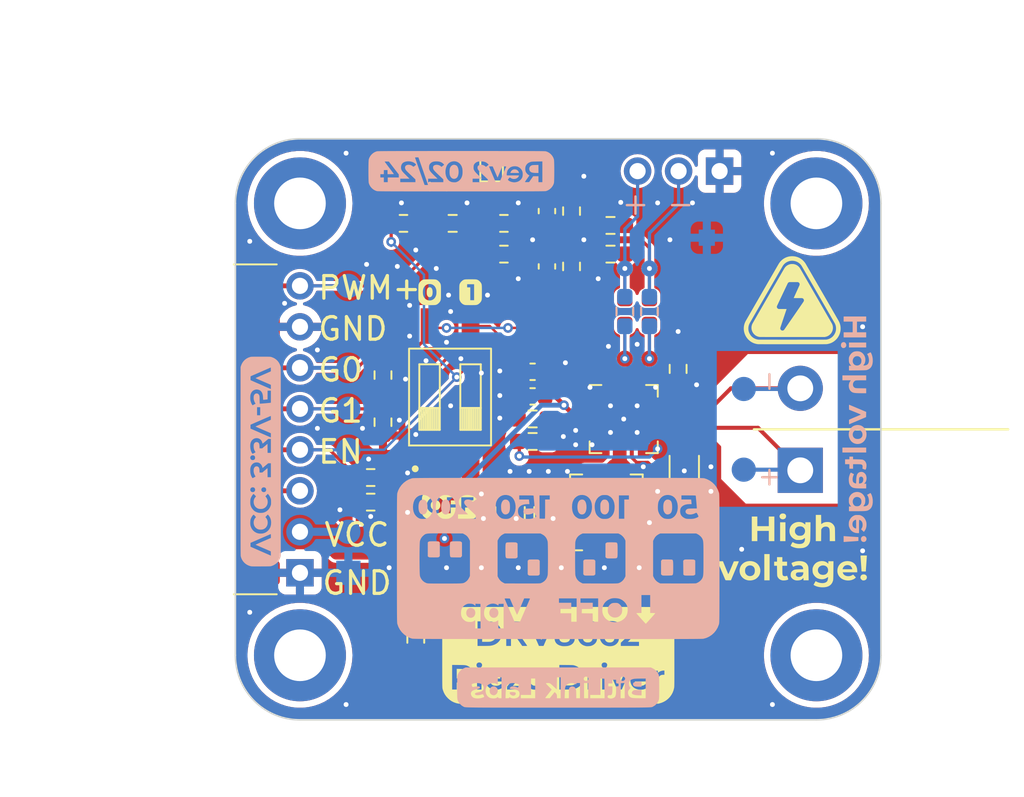
<source format=kicad_pcb>
(kicad_pcb (version 20221018) (generator pcbnew)
  (title_block (title "DRV8662 Breakout") (date "2024-02-03") (rev "2") (company "BitLink Labs"))
  (layers (0 "F.Cu" signal) (31 "B.Cu" signal) (34 "B.Paste" user) (35 "F.Paste" user) (36 "B.SilkS" user "B.Silkscreen") (37 "F.SilkS" user "F.Silkscreen") (38 "B.Mask" user) (39 "F.Mask" user) (44 "Edge.Cuts" user))
  (net 0 "")
  (net 1 "Net-(U1-VPUMP)")
  (net 2 "GND")
  (net 3 "/OUT+")
  (net 4 "/OUT-")
  (net 5 "Net-(U1-REXT)")
  (net 6 "/Enable")
  (net 7 "VDD")
  (net 8 "/Gain_0")
  (net 9 "/Gain_1")
  (net 10 "Net-(C5-Pad1)")
  (net 11 "Net-(C6-Pad1)")
  (net 12 "/PWM+")
  (net 13 "Net-(R6-Pad1)")
  (net 14 "/PWM-")
  (net 15 "/IN+")
  (net 16 "/IN-")
  (net 17 "/Boost")
  (net 18 "/SW")
  (net 19 "/FB")
  (net 21 "/IN+_f")
  (net 22 "/IN-_f")
  (net 23 "Net-(R16-Pad1)")
  (net 24 "Net-(D1-K)")
  (footprint "MAINTECH_Connectors:TestPoint_Pad_D1.0mm_NoSilk" (layer "F.Cu") (at 14.351 7.144)
    (fp_text reference "TP8" hide)
    (fp_text value "TestPoint")
    (pad "1" smd circle (at 0 0) (size 1 1) (layers "F.Cu" "F.Mask") (net 12 "/PWM+"))
  )
  (footprint "MountingHole:MountingHole_3.2mm_M3_ISO7380_Pad_TopBottom" (layer "F.Cu") (at 36 32)
    (fp_text reference "H2" hide)
    (fp_text value "MountingHole")
    (pad "1" thru_hole circle (at 0 0) (size 3.6 3.6) (drill 3.2) (layers "*.Cu" "*.Mask"))
    (pad "1" connect circle (at 0 0) (size 5.7 5.7) (layers "F.Cu" "F.Mask"))
    (pad "1" connect circle (at 0 0) (size 5.7 5.7) (layers "B.Cu" "B.Mask"))
  )
  (footprint "TestPoint:TestPoint_Pad_1.0x1.0mm" (layer "F.Cu") (at 15.875 1.937)
    (fp_text reference "TP3" hide)
    (fp_text value "TestPoint")
    (pad "1" smd rect (at 0 0) (size 1 1) (layers "F.Cu" "F.Mask") (net 2 "GND"))
  )
  (footprint "Capacitor_SMD:C_0603_1608Metric" (layer "F.Cu") (at 24.13 10.7 90)
    (fp_text reference "C7" hide)
    (fp_text value "100nF")
    (pad "1" smd roundrect (at -0.775 0 90) (size 0.9 0.95) (layers "F.Cu" "F.Paste" "F.Mask") (net 15 "/IN+"))
    (pad "2" smd roundrect (at 0.775 0 90) (size 0.9 0.95) (layers "F.Cu" "F.Paste" "F.Mask") (net 21 "/IN+_f"))
  )
  (footprint "Resistor_SMD:R_0603_1608Metric" (layer "F.Cu") (at 8.382 20.987 180)
    (fp_text reference "R1" hide)
    (fp_text value "10k")
    (pad "1" smd roundrect (at -0.825 0 180) (size 0.8 0.95) (layers "F.Cu" "F.Paste" "F.Mask") (net 2 "GND"))
    (pad "2" smd roundrect (at 0.825 0 180) (size 0.8 0.95) (layers "F.Cu" "F.Paste" "F.Mask") (net 6 "/Enable"))
  )
  (footprint "LOGO" (layer "F.Cu") (at 13.3 22.7)
    (fp_text reference "G***" hide)
    (fp_text value "LOGO" hide)
  )
  (footprint "MountingHole:MountingHole_3.2mm_M3_ISO7380_Pad_TopBottom" (layer "F.Cu") (at 4 4)
    (fp_text reference "H1" hide)
    (fp_text value "MountingHole")
    (pad "1" thru_hole circle (at 0 0) (size 3.6 3.6) (drill 3.2) (layers "*.Cu" "*.Mask"))
    (pad "1" connect circle (at 0 0) (size 5.7 5.7) (layers "F.Cu" "F.Mask"))
    (pad "1" connect circle (at 0 0) (size 5.7 5.7) (layers "B.Cu" "B.Mask"))
  )
  (footprint "Resistor_SMD:R_0603_1608Metric" (layer "F.Cu") (at 10.414 5.239 180)
    (fp_text reference "R6" hide)
    (fp_text value "10k")
    (pad "1" smd roundrect (at -0.825 0 180) (size 0.8 0.95) (layers "F.Cu" "F.Paste" "F.Mask") (net 13 "Net-(R6-Pad1)"))
    (pad "2" smd roundrect (at 0.825 0 180) (size 0.8 0.95) (layers "F.Cu" "F.Paste" "F.Mask") (net 6 "/Enable"))
  )
  (footprint "Resistor_SMD:R_0603_1608Metric" (layer "F.Cu") (at 16.637 5.239 180)
    (fp_text reference "R9" hide)
    (fp_text value "4.99k")
    (pad "1" smd roundrect (at -0.825 0 180) (size 0.8 0.95) (layers "F.Cu" "F.Paste" "F.Mask") (net 11 "Net-(C6-Pad1)"))
    (pad "2" smd roundrect (at 0.825 0 180) (size 0.8 0.95) (layers "F.Cu" "F.Paste" "F.Mask") (net 14 "/PWM-"))
  )
  (footprint "MAINTECH_mechanical:Fiducial_standart" (layer "F.Cu") (at 8 34)
    (fp_text reference "FID2" hide)
    (fp_text value "Fiducial")
    (pad "" smd circle (at 0 0) (size 1 1) (layers "F.Cu" "F.Mask") (clearance 0.5))
  )
  (footprint "Capacitor_SMD:C_0603_1608Metric" (layer "F.Cu") (at 18.415 14.4345)
    (fp_text reference "C1" hide)
    (fp_text value "100nF")
    (pad "1" smd roundrect (at -0.775 0) (size 0.9 0.95) (layers "F.Cu" "F.Paste" "F.Mask") (net 2 "GND"))
    (pad "2" smd roundrect (at 0.775 0) (size 0.9 0.95) (layers "F.Cu" "F.Paste" "F.Mask") (net 1 "Net-(U1-VPUMP)"))
  )
  (footprint "LOGO" (layer "F.Cu") (at 34.5 10)
    (fp_text reference "G***" hide)
    (fp_text value "LOGO" hide)
  )
  (footprint "Resistor_SMD:R_0603_1608Metric" (layer "F.Cu") (at 20.828 4.477 90)
    (fp_text reference "R11" hide)
    (fp_text value "7.5k")
    (pad "1" smd roundrect (at -0.825 0 90) (size 0.8 0.95) (layers "F.Cu" "F.Paste" "F.Mask") (net 11 "Net-(C6-Pad1)"))
    (pad "2" smd roundrect (at 0.825 0 90) (size 0.8 0.95) (layers "F.Cu" "F.Paste" "F.Mask") (net 2 "GND"))
  )
  (footprint "MAINTECH_Connectors:TestPoint_Pad_D1.0mm_NoSilk" (layer "F.Cu") (at 15.875 3.715)
    (fp_text reference "TP7" hide)
    (fp_text value "TestPoint")
    (pad "1" smd circle (at 0 0) (size 1 1) (layers "F.Cu" "F.Mask") (net 14 "/PWM-"))
  )
  (footprint "Resistor_SMD:R_0603_1608Metric_Pad0.98x0.95mm_HandSolder" (layer "F.Cu") (at 13.462 5.239 180)
    (fp_text reference "R8" hide)
    (fp_text value "0R")
    (pad "1" smd roundrect (at -0.9125 0 180) (size 0.975 0.95) (layers "F.Cu" "F.Paste" "F.Mask") (net 14 "/PWM-"))
    (pad "2" smd roundrect (at 0.9125 0 180) (size 0.975 0.95) (layers "F.Cu" "F.Paste" "F.Mask") (net 13 "Net-(R6-Pad1)"))
  )
  (footprint "MAINTECH_mechanical:Fiducial_standart" (layer "F.Cu") (at 8 2)
    (fp_text reference "FID3" hide)
    (fp_text value "Fiducial")
    (pad "" smd circle (at 0 0) (size 1 1) (layers "F.Cu" "F.Mask") (clearance 0.5))
  )
  (footprint "LOGO" (layer "F.Cu") (at 34.5 25.5)
    (fp_text reference "G***" hide)
    (fp_text value "LOGO" hide)
  )
  (footprint "MountingHole:MountingHole_3.2mm_M3_ISO7380_Pad_TopBottom" (layer "F.Cu") (at 4 32)
    (fp_text reference "H4" hide)
    (fp_text value "MountingHole")
    (pad "1" thru_hole circle (at 0 0) (size 3.6 3.6) (drill 3.2) (layers "*.Cu" "*.Mask"))
    (pad "1" connect circle (at 0 0) (size 5.7 5.7) (layers "F.Cu" "F.Mask"))
    (pad "1" connect circle (at 0 0) (size 5.7 5.7) (layers "B.Cu" "B.Mask"))
  )
  (footprint "Capacitor_SMD:C_0603_1608Metric" (layer "F.Cu") (at 19.304 7.906 -90)
    (fp_text reference "C5" hide)
    (fp_text value "100nF")
    (pad "1" smd roundrect (at -0.775 0 270) (size 0.9 0.95) (layers "F.Cu" "F.Paste" "F.Mask") (net 10 "Net-(C5-Pad1)"))
    (pad "2" smd roundrect (at 0.775 0 270) (size 0.9 0.95) (layers "F.Cu" "F.Paste" "F.Mask") (net 2 "GND"))
  )
  (footprint "Resistor_SMD:R_0603_1608Metric" (layer "F.Cu") (at 11.176 30.988 -90)
    (fp_text reference "R19" hide)
    (fp_text value "1k")
    (pad "1" smd roundrect (at -0.825 0 270) (size 0.8 0.95) (layers "F.Cu" "F.Paste" "F.Mask") (net 24 "Net-(D1-K)"))
    (pad "2" smd roundrect (at 0.825 0 270) (size 0.8 0.95) (layers "F.Cu" "F.Paste" "F.Mask") (net 2 "GND"))
  )
  (footprint "Resistor_SMD:R_0603_1608Metric_Pad0.98x0.95mm_HandSolder" (layer "F.Cu") (at 23.241 5.366 180)
    (fp_text reference "R13" hide)
    (fp_text value "0R")
    (pad "1" smd roundrect (at -0.9125 0 180) (size 0.975 0.95) (layers "F.Cu" "F.Paste" "F.Mask") (net 22 "/IN-_f"))
    (pad "2" smd roundrect (at 0.9125 0 180) (size 0.975 0.95) (layers "F.Cu" "F.Paste" "F.Mask") (net 11 "Net-(C6-Pad1)"))
  )
  (footprint "Resistor_SMD:R_0603_1608Metric" (layer "F.Cu") (at 20.828 7.906 -90)
    (fp_text reference "R10" hide)
    (fp_text value "7.5k")
    (pad "1" smd roundrect (at -0.825 0 270) (size 0.8 0.95) (layers "F.Cu" "F.Paste" "F.Mask") (net 10 "Net-(C5-Pad1)"))
    (pad "2" smd roundrect (at 0.825 0 270) (size 0.8 0.95) (layers "F.Cu" "F.Paste" "F.Mask") (net 2 "GND"))
  )
  (footprint "Resistor_SMD:R_0603_1608Metric" (layer "F.Cu") (at 9.144 17.558 90)
    (fp_text reference "R15" hide)
    (fp_text value "100k")
    (pad "1" smd roundrect (at -0.825 0 90) (size 0.8 0.95) (layers "F.Cu" "F.Paste" "F.Mask") (net 2 "GND"))
    (pad "2" smd roundrect (at 0.825 0 90) (size 0.8 0.95) (layers "F.Cu" "F.Paste" "F.Mask") (net 9 "/Gain_1"))
  )
  (footprint "Resistor_SMD:R_0603_1608Metric_Pad0.98x0.95mm_HandSolder" (layer "F.Cu") (at 23.241 7.144 180)
    (fp_text reference "R12" hide)
    (fp_text value "0R")
    (pad "1" smd roundrect (at -0.9125 0 180) (size 0.975 0.95) (layers "F.Cu" "F.Paste" "F.Mask") (net 21 "/IN+_f"))
    (pad "2" smd roundrect (at 0.9125 0 180) (size 0.975 0.95) (layers "F.Cu" "F.Paste" "F.Mask") (net 10 "Net-(C5-Pad1)"))
  )
  (footprint "Capacitor_SMD:C_1206_3216Metric" (layer "F.Cu") (at 19.431 23.527 90)
    (fp_text reference "C10" hide)
    (fp_text value "10uF")
    (pad "1" smd roundrect (at -1.475 0 90) (size 1.15 1.8) (layers "F.Cu" "F.Paste" "F.Mask") (roundrect_rratio 0.2173913043) (net 7 "VDD"))
    (pad "2" smd roundrect (at 1.475 0 90) (size 1.15 1.8) (layers "F.Cu" "F.Paste" "F.Mask") (roundrect_rratio 0.2173913043) (net 2 "GND"))
  )
  (footprint "Resistor_SMD:R_0603_1608Metric_Pad0.98x0.95mm_HandSolder" (layer "F.Cu") (at 27.432 14.256 -90)
    (fp_text reference "R2" hide)
    (fp_text value "6.98k")
    (pad "1" smd roundrect (at -0.9125 0 270) (size 0.975 0.95) (layers "F.Cu" "F.Paste" "F.Mask") (net 2 "GND"))
    (pad "2" smd roundrect (at 0.9125 0 270) (size 0.975 0.95) (layers "F.Cu" "F.Paste" "F.Mask") (net 5 "Net-(U1-REXT)"))
  )
  (footprint "MAINTECH_Connectors:TestPoint_Pad_D1.0mm_NoSilk" (layer "F.Cu") (at 24.13 13.621)
    (fp_text reference "TP1" hide)
    (fp_text value "TestPoint")
    (pad "1" smd circle (at 0 0) (size 1 1) (layers "F.Cu" "F.Mask") (net 15 "/IN+"))
  )
  (footprint "Resistor_SMD:R_0603_1608Metric" (layer "F.Cu") (at 9.144 14.637 90)
    (fp_text reference "R14" hide)
    (fp_text value "100k")
    (pad "1" smd roundrect (at -0.825 0 90) (size 0.8 0.95) (layers "F.Cu" "F.Paste" "F.Mask") (net 2 "GND"))
    (pad "2" smd roundrect (at 0.825 0 90) (size 0.8 0.95) (layers "F.Cu" "F.Paste" "F.Mask") (net 8 "/Gain_0"))
  )
  (footprint "Resistor_SMD:R_0603_1608Metric" (layer "F.Cu") (at 16.637 7.144 180)
    (fp_text reference "R5" hide)
    (fp_text value "4.99k")
    (pad "1" smd roundrect (at -0.825 0 180) (size 0.8 0.95) (layers "F.Cu" "F.Paste" "F.Mask") (net 10 "Net-(C5-Pad1)"))
    (pad "2" smd roundrect (at 0.825 0 180) (size 0.8 0.95) (layers "F.Cu" "F.Paste" "F.Mask") (net 12 "/PWM+"))
  )
  (footprint "Capacitor_SMD:C_0603_1608Metric" (layer "F.Cu") (at 25.654 10.7 90)
    (fp_text reference "C8" hide)
    (fp_text value "100nF")
    (pad "1" smd roundrect (at -0.775 0 90) (size 0.9 0.95) (layers "F.Cu" "F.Paste" "F.Mask") (net 16 "/IN-"))
    (pad "2" smd roundrect (at 0.775 0 90) (size 0.9 0.95) (layers "F.Cu" "F.Paste" "F.Mask") (net 22 "/IN-_f"))
  )
  (footprint "Resistor_SMD:R_0603_1608Metric_Pad0.98x0.95mm_HandSolder" (layer "F.Cu") (at 18.415 18.7525)
    (fp_text reference "R3" hide)
    (fp_text value "590k")
    (pad "1" smd roundrect (at -0.9125 0) (size 0.975 0.95) (layers "F.Cu" "F.Paste" "F.Mask") (net 17 "/Boost"))
    (pad "2" smd roundrect (at 0.9125 0) (size 0.975 0.95) (layers "F.Cu" "F.Paste" "F.Mask") (net 19 "/FB"))
  )
  (footprint "LOGO" (layer "F.Cu") (at 13.3 9.5)
    (fp_text reference "G***" hide)
    (fp_text value "LOGO" hide)
  )
  (footprint "MAINTECH_Connectors:TestPoint_Pad_D1.0mm_NoSilk" (layer "F.Cu") (at 25.654 13.621)
    (fp_text reference "TP2" hide)
    (fp_text value "TestPoint")
    (pad "1" smd circle (at 0 0) (size 1 1) (layers "F.Cu" "F.Mask") (net 16 "/IN-"))
  )
  (footprint "Resistor_SMD:R_0603_1608Metric" (layer "F.Cu") (at 8.382 22.511 180)
    (fp_text reference "R16" hide)
    (fp_text value "10k")
    (pad "1" smd roundrect (at -0.825 0 180) (size 0.8 0.95) (layers "F.Cu" "F.Paste" "F.Mask") (net 23 "Net-(R16-Pad1)"))
    (pad "2" smd roundrect (at 0.825 0 180) (size 0.8 0.95) (layers "F.Cu" "F.Paste" "F.Mask") (net 7 "VDD"))
  )
  (footprint "MountingHole:MountingHole_3.2mm_M3_ISO7380_Pad_TopBottom" (layer "F.Cu") (at 36 4)
    (fp_text reference "H3" hide)
    (fp_text value "MountingHole")
    (pad "1" thru_hole circle (at 0 0) (size 3.6 3.6) (drill 3.2) (layers "*.Cu" "*.Mask"))
    (pad "1" connect circle (at 0 0) (size 5.7 5.7) (layers "F.Cu" "F.Mask"))
    (pad "1" connect circle (at 0 0) (size 5.7 5.7) (layers "B.Cu" "B.Mask"))
  )
  (footprint "Resistor_SMD:R_0603_1608Metric" (layer "F.Cu") (at 12.573 2.953 -90)
    (fp_text reference "R7" hide)
    (fp_text value "10k")
    (pad "1" smd roundrect (at -0.825 0 270) (size 0.8 0.95) (layers "F.Cu" "F.Paste" "F.Mask") (net 2 "GND"))
    (pad "2" smd roundrect (at 0.825 0 270) (size 0.8 0.95) (layers "F.Cu" "F.Paste" "F.Mask") (net 13 "Net-(R6-Pad1)"))
  )
  (footprint "Capacitor_SMD:C_1206_3216Metric" (layer "F.Cu") (at 17.018 23.527 90)
    (fp_text reference "C9" hide)
    (fp_text value "10uF")
    (pad "1" smd roundrect (at -1.475 0 90) (size 1.15 1.8) (layers "F.Cu" "F.Paste" "F.Mask") (roundrect_rratio 0.2173913043) (net 7 "VDD"))
    (pad "2" smd roundrect (at 1.475 0 90) (size 1.15 1.8) (layers "F.Cu" "F.Paste" "F.Mask") (roundrect_rratio 0.2173913043) (net 2 "GND"))
  )
  (footprint "MAINTECH_Connectors:DB128L-5.08-2P" (layer "F.Cu") (at 35 18 90)
    (fp_text reference "J2" hide)
    (fp_text value "Conn_Screw")
    (pad "1" thru_hole rect (at -2.54 0 90) (size 2.8 2.8) (drill 1.6) (layers "*.Cu" "*.Mask") (net 3 "/OUT+"))
    (pad "2" thru_hole circle (at 2.54 0 90) (size 2.8 2.8) (drill 1.6) (layers "*.Cu" "*.Mask") (net 4 "/OUT-"))
  )
  (footprint "Package_DFN_QFN:Texas_S-PVQFN-N20_EP2.7x2.7mm_ThermalVias" (layer "F.Cu") (at 24.0605 17.3635)
    (fp_text reference "U1" hide)
    (fp_text value "DRV8662")
    (pad "1" smd roundrect (at -1.9625 -1) (size 0.825 0.25) (layers "F.Cu" "F.Paste" "F.Mask") (net 1 "Net-(U1-VPUMP)"))
    (pad "2" smd roundrect (at -1.9625 -0.5) (size 0.825 0.25) (layers "F.Cu" "F.Paste" "F.Mask") (net 7 "VDD"))
    (pad "3" smd roundrect (at -1.9625 0) (size 0.825 0.25) (layers "F.Cu" "F.Paste" "F.Mask") (net 19 "/FB"))
    (pad "4" smd roundrect (at -1.9625 0.5) (size 0.825 0.25) (layers "F.Cu" "F.Paste" "F.Mask") (net 2 "GND"))
    (pad "5" smd roundrect (at -1.9625 1) (size 0.825 0.25) (layers "F.Cu" "F.Paste" "F.Mask") (net 2 "GND"))
    (pad "6" smd roundrect (at -1 1.9625) (size 0.25 0.825) (layers "F.Cu" "F.Paste" "F.Mask") (net 2 "GND"))
    (pad "7" smd roundrect (at -0.5 1.9625) (size 0.25 0.825) (layers "F.Cu" "F.Paste" "F.Mask") (net 18 "/SW"))
    (pad "8" smd roundrect (at 0 1.9625) (size 0.25 0.825) (layers "F.Cu" "F.Paste" "F.Mask") (net 18 "/SW"))
    (pad "9" smd roundrect (at 0.5 1.9625) (size 0.25 0.825) (layers "F.Cu" "F.Paste" "F.Mask") (net 2 "GND"))
    (pad "10" smd roundrect (at 1 1.9625) (size 0.25 0.825) (layers "F.Cu" "F.Paste" "F.Mask") (net 17 "/Boost"))
    (pad "11" smd roundrect (at 1.9625 1) (size 0.825 0.25) (layers "F.Cu" "F.Paste" "F.Mask") (net 17 "/Boost"))
    (pad "12" smd roundrect (at 1.9625 0.5) (size 0.825 0.25) (layers "F.Cu" "F.Paste" "F.Mask") (net 17 "/Boost"))
    (pad "13" smd roundrect (at 1.9625 0) (size 0.825 0.25) (layers "F.Cu" "F.Paste" "F.Mask") (net 3 "/OUT+"))
    (pad "14" smd roundrect (at 1.9625 -0.5) (size 0.825 0.25) (layers "F.Cu" "F.Paste" "F.Mask") (net 4 "/OUT-"))
    (pad "15" smd roundrect (at 1.9625 -1) (size 0.825 0.25) (layers "F.Cu" "F.Paste" "F.Mask") (net 5 "Net-(U1-REXT)"))
    (pad "16" smd roundrect (at 1 -1.9625) (size 0.25 0.825) (layers "F.Cu" "F.Paste" "F.Mask") (net 16 "/IN-"))
    (pad "17" smd roundrect (at 0.5 -1.9625) (size 0.25 0.825) (layers "F.Cu" "F.Paste" "F.Mask") (net 15 "/IN+"))
    (pad "18" smd roundrect (at 0 -1.9625) (size 0.25 0.825) (layers "F.Cu" "F.Paste" "F.Mask") (net 8 "/Gain_0"))
    (pad "19" smd roundrect (at -0.5 -1.9625) (size 0.25 0.825) (layers "F.Cu" "F.Paste" "F.Mask") (net 9 "/Gain_1"))
    (pad "20" smd roundrect (at -1 -1.9625) (size 0.25 0.825) (layers "F.Cu" "F.Paste" "F.Mask") (net 6 "/Enable"))
    (pad "21" smd rect (at 0 0) (size 2.7 2.7) (layers "F.Cu" "F.Mask") (net 2 "GND"))
    (pad "21" smd rect (at 0 0) (size 2.7 2.7) (layers "B.Cu") (net 2 "GND"))
  )
  (footprint "Connector_PinHeader_2.54mm:PinHeader_1x03_P2.54mm_Vertical" (layer "F.Cu") (at 30 2 -90)
    (fp_text reference "J6" hide)
    (fp_text value "Conn_AC")
    (pad "1" thru_hole rect locked (at 0 0 270) (size 1.7 1.7) (drill 1) (layers "*.Cu" "*.Mask") (net 2 "GND"))
    (pad "2" thru_hole oval locked (at 0 2.54 270) (size 1.7 1.7) (drill 1) (layers "*.Cu" "*.Mask") (net 22 "/IN-_f"))
    (pad "3" thru_hole oval locked (at 0 5.08 270) (size 1.7 1.7) (drill 1) (layers "*.Cu" "*.Mask") (net 21 "/IN+_f"))
  )
  (footprint "LED_SMD:LED_0805_2012Metric" (layer "F.Cu") (at 11.176 27.94 90)
    (fp_text reference "D1" hide)
    (fp_text value "LED_Small")
    (pad "1" smd roundrect (at -0.9375 0 90) (size 0.975 1.4) (layers "F.Cu" "F.Paste" "F.Mask") (net 24 "Net-(D1-K)"))
    (pad "2" smd roundrect (at 0.9375 0 90) (size 0.975 1.4) (layers "F.Cu" "F.Paste" "F.Mask") (net 7 "VDD"))
  )
  (footprint "Resistor_SMD:R_0603_1608Metric_Pad0.98x0.95mm_HandSolder" (layer "F.Cu") (at 18.415 17.3555 180)
    (fp_text reference "R4" hide)
    (fp_text value "7.5k")
    (pad "1" smd roundrect (at -0.9125 0 180) (size 0.975 0.95) (layers "F.Cu" "F.Paste" "F.Mask") (net 19 "/FB"))
    (pad "2" smd roundrect (at 0.9125 0 180) (size 0.975 0.95) (layers "F.Cu" "F.Paste" "F.Mask") (net 2 "GND"))
  )
  (footprint "MAINTECH_mechanical:SW_DIP_x02_P2.54_W5.08_C6709488" (layer "F.Cu") (at 13.3 16 90)
    (fp_text reference "SW1" hide)
    (fp_text value "SW_Gain")
    (pad "1" smd rect locked (at -4.4 -1.27 90) (size 2.2 1.1) (layers "F.Cu" "F.Paste" "F.Mask") (net 23 "Net-(R16-Pad1)"))
    (pad "2" smd rect locked (at -4.4 1.27 90) (size 2.2 1.1) (layers "F.Cu" "F.Paste" "F.Mask") (net 23 "Net-(R16-Pad1)"))
    (pad "3" smd rect locked (at 4.4 1.27 90) (size 2.2 1.1) (layers "F.Cu" "F.Paste" "F.Mask") (net 9 "/Gain_1"))
    (pad "4" smd rect locked (at 4.4 -1.27 90) (size 2.2 1.1) (layers "F.Cu" "F.Paste" "F.Mask") (net 8 "/Gain_0"))
  )
  (footprint "Capacitor_SMD:C_0603_1608Metric" (layer "F.Cu") (at 18.415 15.9585)
    (fp_text reference "C2" hide)
    (fp_text value "100nF")
    (pad "1" smd roundrect (at -0.775 0) (size 0.9 0.95) (layers "F.Cu" "F.Paste" "F.Mask") (net 2 "GND"))
    (pad "2" smd roundrect (at 0.775 0) (size 0.9 0.95) (layers "F.Cu" "F.Paste" "F.Mask") (net 7 "VDD"))
  )
  (footprint "MAINTECH_mechanical:Fiducial_standart" (layer "F.Cu") (at 32 34)
    (fp_text reference "FID1" hide)
    (fp_text value "Fiducial")
    (pad "" smd circle (at 0 0) (size 1 1) (layers "F.Cu" "F.Mask") (clearance 0.5))
  )
  (footprint "MAINTECH_Connectors:PinHeader_1x08_P2.54mm_Horizontal_withSmdPads" (layer "F.Cu") (at 4 26.89 180)
    (fp_text reference "J1" hide)
    (fp_text value "Conn_IO")
    (pad "1" thru_hole rect locked (at 0 0 180) (size 1.7 1.7) (drill 1) (layers "*.Cu" "*.Mask") (net 2 "GND"))
    (pad "1" smd roundrect locked (at 1 0 180) (size 1 0.3) (layers "F.Cu") (roundrect_rratio 0.15) (net 2 "GND"))
    (pad "1" smd roundrect locked (at 2.5 0 180) (size 2.5 1.5) (layers "F.Cu" "F.Paste" "F.Mask") (roundrect_rratio 0.15) (net 2 "GND"))
    (pad "2" thru_hole oval locked (at 0 2.54 180) (size 1.7 1.7) (drill 1) (layers "*.Cu" "*.Mask") (net 7 "VDD"))
    (pad "2" smd roundrect locked (at 1 2.54 180) (size 1 0.3) (layers "F.Cu") (roundrect_rratio 0.15) (net 7 "VDD"))
    (pad "2" smd roundrect locked (at 2.5 2.54 180) (size 2.5 1.5) (layers "F.Cu" "F.Paste" "F.Mask") (roundrect_rratio 0.15) (net 7 "VDD"))
    (pad "3" thru_hole oval locked (at 0 5.08 180) (size 1.7 1.7) (drill 1) (layers "*.Cu" "*.Mask"))
    (pad "3" smd roundrect locked (at 1 5.08 180) (size 1 0.3) (layers "F.Cu") (roundrect_rratio 0.15))
    (pad "3" smd roundrect locked (at 2.5 5.08 180) (size 2.5 1.5) (layers "F.Cu" "F.Paste" "F.Mask") (roundrect_rratio 0.15))
    (pad "4" thru_hole oval locked (at 0 7.62 180) (size 1.7 1.7) (drill 1) (layers "*.Cu" "*.Mask") (net 6 "/Enable"))
    (pad "4" smd roundrect locked (at 1 7.62 180) (size 1 0.3) (layers "F.Cu") (roundrect_rratio 0.15) (net 6 "/Enable"))
    (pad "4" smd roundrect locked (at 2.5 7.62 180) (size 2.5 1.5) (layers "F.Cu" "F.Paste" "F.Mask") (roundrect_rratio 0.15) (net 6 "/Enable"))
    (pad "5" thru_hole oval locked (at 0 10.16 180) (size 1.7 1.7) (drill 1) (layers "*.Cu" "*.Mask") (net 9 "/Gain_1"))
    (pad "5" smd roundrect locked (at 1 10.16 180) (size 1 0.3) (layers "F.Cu") (roundrect_rratio 0.15) (net 9 "/Gain_1"))
    (pad "5" smd roundrect locked (at 2.5 10.16 180) (size 2.5 1.5) (layers "F.Cu" "F.Paste" "F.Mask") (roundrect_rratio 0.15) (net 9 "/Gain_1"))
    (pad "6" thru_hole oval locked (at 0 12.7 180) (size 1.7 1.7) (drill 1) (layers "*.Cu" "*.Mask") (net 8 "/Gain_0"))
    (pad "6" smd roundrect locked (at 1 12.7 180) (size 1 0.3) (layers "F.Cu") (roundrect_rratio 0.15) (net 8 "/Gain_0"))
    (pad "6" smd roundrect locked (at 2.5 12.7 180) (size 2.5 1.5) (layers "F.Cu" "F.Paste" "F.Mask") (roundrect_rratio 0.15) (net 8 "/Gain_0"))
    (pad "7" thru_hole oval locked (at 0 15.24 180) (size 1.7 1.7) (drill 1) (layers "*.Cu" "*.Mask") (net 2 "GND"))
    (pad "7" smd roundrect locked (at 1 15.24 180) (size 1 0.3) (layers "F.Cu") (roundrect_rratio 0.15) (net 2 "GND"))
    (pad "7" smd roundrect locked (at 2.5 15.24 180) (size 2.5 1.5) (layers "F.Cu" "F.Paste" "F.Mask") (roundrect_rratio 0.15) (net 2 "GND"))
    (pad "8" thru_hole oval locked (at 0 17.78 180) (size 1.7 1.7) (drill 1) (layers "*.Cu" "*.Mask") (net 12 "/PWM+"))
    (pad "8" smd roundrect locked (at 1 17.78 180) (size 1 0.3) (layers "F.Cu") (roundrect_rratio 0.15) (net 12 "/PWM+"))
    (pad "8" smd roundrect locked (at 2.5 17.78 180) (size 2.5 1.5) (layers "F.Cu" "F.Paste" "F.Mask") (roundrect_rratio 0.15) (net 12 "/PWM+"))
  )
  (footprint "MAINTECH_Passives:Inductor_FXL0420-4R7-M" (layer "F.Cu") (at 22.987 23.146 90)
    (fp_text reference "L1" hide)
    (fp_text value "4.7uH" hide)
    (pad "1" smd roundrect (at -1.85 0 90) (size 1.5 2.8) (layers "F.Cu" "F.Paste" "F.Mask") (roundrect_rratio 0.1) (net 7 "VDD"))
    (pad "2" smd roundrect (at 1.85 0 90) (size 1.5 2.8) (layers "F.Cu" "F.Paste" "F.Mask") (roundrect_rratio 0.1) (net 18 "/SW"))
  )
  (footprint "LOGO" (layer "F.Cu") (at 20 32)
    (fp_text reference "G***" hide)
    (fp_text value "LOGO" hide)
  )
  (footprint "Capacitor_SMD:C_1206_3216Metric" (layer "F.Cu") (at 27.813 20.352 90)
    (fp_text reference "C3" hide)
    (fp_text value "100nF")
    (pad "1" smd roundrect (at -1.475 0 90) (size 1.15 1.8) (layers "F.Cu" "F.Paste" "F.Mask") (roundrect_rratio 0.2173913043) (net 2 "GND"))
    (pad "2" smd roundrect (at 1.475 0 90) (size 1.15 1.8) (layers "F.Cu" "F.Paste" "F.Mask") (roundrect_rratio 0.2173913043) (net 17 "/Boost"))
  )
  (footprint "Capacitor_SMD:C_0603_1608Metric" (layer "F.Cu") (at 19.304 4.477 90)
    (fp_text reference "C6" hide)
    (fp_text value "100nF")
    (pad "1" smd roundrect (at -0.775 0 90) (size 0.9 0.95) (layers "F.Cu" "F.Paste" "F.Mask") (net 11 "Net-(C6-Pad1)"))
    (pad "2" smd roundrect (at 0.775 0 90) (size 0.9 0.95) (layers "F.Cu" "F.Paste" "F.Mask") (net 2 "GND"))
  )
  (footprint "MAINTECH_Connectors:TestPoint_Pad_D1.0mm_NoSilk" (layer "B.Cu") (at 25.654 8.033 180)
    (fp_text reference "TP5" hide)
    (fp_text value "TestPoint")
    (pad "1" smd circle (at 0 0 180) (size 1 1) (layers "B.Cu" "B.Mask") (net 22 "/IN-_f"))
  )
  (footprint "LOGO" (layer "B.Cu") (at 1.57 20 90)
    (fp_text reference "G***" hide)
    (fp_text value "LOGO" hide)
  )
  (footprint "MAINTECH_Connectors:TestPoint_Pad_D1.0mm_NoSilk" (layer "B.Cu") (at 24.13 8.033 180)
    (fp_text reference "TP4" hide)
    (fp_text value "TestPoint")
    (pad "1" smd circle (at 0 0 180) (size 1 1) (layers "B.Cu" "B.Mask") (net 21 "/IN+_f"))
  )
  (footprint "MAINTECH_Connectors:TestPoint_Pad_D1.5mm_NoSilk" (layer "B.Cu") (at 31.5 15.5 180)
    (fp_text reference "TP10" hide)
    (fp_text value "TestPoint" hide)
    (pad "1" smd circle locked (at 0 0 180) (size 1.5 1.5) (layers "B.Cu" "B.Mask") (net 4 "/OUT-"))
  )
  (footprint "TestPoint:TestPoint_Pad_1.0x1.0mm" (layer "B.Cu") (at 29.21 6.128 180)
    (fp_text reference "TP6" hide)
    (fp_text value "TestPoint")
    (pad "1" smd rect (at 0 0 180) (size 1 1) (layers "B.Cu" "B.Mask") (net 2 "GND"))
  )
  (footprint "MAINTECH_Connectors:TestPoint_Pad_D1.5mm_NoSilk" (layer "B.Cu") (at 7 24.35 180)
    (fp_text reference "TP16" hide)
    (fp_text value "TestPoint" hide)
    (pad "1" smd circle locked (at 0 0 180) (size 1.5 1.5) (layers "B.Cu" "B.Mask") (net 7 "VDD"))
  )
  (footprint "MAINTECH_Connectors:TestPoint_Pad_D1.5mm_NoSilk" (layer "B.Cu") (at 7 9.11 180)
    (fp_text reference "TP11" hide)
    (fp_text value "TestPoint" hide)
    (pad "1" smd circle locked (at 0 0 180) (size 1.5 1.5) (layers "B.Cu" "B.Mask") (net 12 "/PWM+"))
  )
  (footprint "LOGO" (layer "B.Cu") (at 20 34 180)
    (fp_text reference "G***" hide)
    (fp_text value "LOGO" hide)
  )
  (footprint "MAINTECH_Connectors:TestPoint_Pad_D1.5mm_NoSilk" (layer "B.Cu") (at 7 14.19 180)
    (fp_text reference "TP12" hide)
    (fp_text value "TestPoint" hide)
    (pad "1" smd circle locked (at 0 0 180) (size 1.5 1.5) (layers "B.Cu" "B.Mask") (net 8 "/Gain_0"))
  )
  (footprint "LOGO" (layer "B.Cu") (at 14 2 180)
    (fp_text reference "G***" hide)
    (fp_text value "LOGO" hide)
  )
  (footprint "Resistor_SMD:R_0603_1608Metric_Pad0.98x0.95mm_HandSolder" (layer "B.Cu") (at 25.654 10.7 90)
    (fp_text reference "R18" hide)
    (fp_text value "0R")
    (pad "1" smd roundrect (at -0.9125 0 90) (size 0.975 0.95) (layers "B.Cu" "B.Paste" "B.Mask") (net 16 "/IN-"))
    (pad "2" smd roundrect (at 0.9125 0 90) (size 0.975 0.95) (layers "B.Cu" "B.Paste" "B.Mask") (net 22 "/IN-_f"))
  )
  (footprint "MAINTECH_Connectors:TestPoint_Pad_D1.5mm_NoSilk" (layer "B.Cu") (at 7 16.73 180)
    (fp_text reference "TP13" hide)
    (fp_text value "TestPoint" hide)
    (pad "1" smd circle locked (at 0 0 180) (size 1.5 1.5) (layers "B.Cu" "B.Mask") (net 9 "/Gain_1"))
  )
  (footprint "TestPoint:TestPoint_Pad_1.5x1.5mm" (layer "B.Cu") (at 7 26.89 180)
    (fp_text reference "TP15" hide)
    (fp_text value "TestPoint_Alt")
    (pad "1" smd rect locked (at 0 0 180) (size 1.5 1.5) (layers "B.Cu" "B.Mask") (net 2 "GND"))
  )
  (footprint "LOGO" (layer "B.Cu") (at 20 26 180)
    (fp_text reference "G***" hide)
    (fp_text value "LOGO" hide)
  )
  (footprint "LOGO" (layer "B.Cu") (at 38.5 18 -90)
    (fp_text reference "G***" hide)
    (fp_text value "LOGO" hide)
  )
  (footprint "MAINTECH_Connectors:TestPoint_Pad_D1.5mm_NoSilk" (layer "B.Cu") (at 31.5 20.5 180)
    (fp_text reference "TP9" hide)
    (fp_text value "TestPoint" hide)
    (pad "1" smd circle locked (at 0 0 180) (size 1.5 1.5) (layers "B.Cu" "B.Mask") (net 3 "/OUT+"))
  )
  (footprint "MAINTECH_Connectors:TestPoint_Pad_D1.5mm_NoSilk" (layer "B.Cu") (at 7 19.27 180)
    (fp_text reference "TP14" hide)
    (fp_text value "TestPoint" hide)
    (pad "1" smd circle locked (at 0 0 180) (size 1.5 1.5) (layers "B.Cu" "B.Mask") (net 6 "/Enable"))
  )
  (footprint "Resistor_SMD:R_0603_1608Metric_Pad0.98x0.95mm_HandSolder" (layer "B.Cu") (at 24.13 10.7 90)
    (fp_text reference "R17" hide)
    (fp_text value "0R")
    (pad "1" smd roundrect (at -0.9125 0 90) (size 0.975 0.95) (layers "B.Cu" "B.Paste" "B.Mask") (net 15 "/IN+"))
    (pad "2" smd roundrect (at 0.9125 0 90) (size 0.975 0.95) (layers "B.Cu" "B.Paste" "B.Mask") (net 21 "/IN+_f"))
  )
  (gr_line (start 47.879 18) (end 32.131 18) (stroke (width 0.15)) (layer "F.SilkS"))
  (gr_circle (center 10.28351 29.68802) (end 10.41051 29.718) (stroke (width 0.2)) (fill solid) (layer "F.SilkS"))
  (gr_line (start 40 4) (end 40 32) (stroke (width 0.1)) (layer "Edge.Cuts"))
  (gr_arc (start 0 4) (mid 1.171573 1.171573) (end 4 0) (stroke (width 0.1)) (layer "Edge.Cuts"))
  (gr_line (start 4 0) (end 36 0) (stroke (width 0.1)) (layer "Edge.Cuts"))
  (gr_line (start 0 32) (end 0 4) (stroke (width 0.1)) (layer "Edge.Cuts"))
  (gr_arc (start 40 32) (mid 38.828427 34.828427) (end 36 36) (stroke (width 0.1)) (layer "Edge.Cuts"))
  (gr_arc (start 4 36) (mid 1.171573 34.828427) (end 0 32) (stroke (width 0.1)) (layer "Edge.Cuts"))
  (gr_line (start 36 36) (end 4 36) (stroke (width 0.1)) (layer "Edge.Cuts"))
  (gr_arc (start 36 0) (mid 38.828427 1.171573) (end 40 4) (stroke (width 0.1)) (layer "Edge.Cuts"))
  (gr_text locked "- +" (at 26.19 4) (layer "B.SilkS") (effects (font (size 1.4 1.4)) (justify mirror)))
  (gr_text "-     +" (at 33 18 90) (layer "B.SilkS") (effects (font (size 1.175 1.175)) (justify mirror)))
  (gr_text "VCC" (at 5.397 24.543) (layer "F.SilkS") (effects (font (size 1.4 1.4) (thickness 0.2)) (justify left)))
  (gr_text "G1" (at 5.016 16.857) (layer "F.SilkS") (effects (font (size 1.4 1.4) (thickness 0.2)) (justify left)))
  (gr_text "GND" (at 5.016 11.777) (layer "F.SilkS") (effects (font (size 1.4 1.4) (thickness 0.2)) (justify left)))
  (gr_text "GND" (at 5.27 27.525) (layer "F.SilkS") (effects (font (size 1.4 1.4) (thickness 0.2)) (justify left)))
  (gr_text "PWM+" (at 5.016 9.237) (layer "F.SilkS") (effects (font (size 1.4 1.4) (thickness 0.2)) (justify left)))
  (gr_text "G0" (at 5.016 14.317) (layer "F.SilkS") (effects (font (size 1.4 1.4) (thickness 0.2)) (justify left)))
  (gr_text "EN" (at 5.016 19.397) (layer "F.SilkS") (effects (font (size 1.4 1.4) (thickness 0.2)) (justify left)))
  (segment (start 21.4115 16.3635) (end 19.4825 14.4345) (width 0.3) (layer "F.Cu") (net 1))
  (segment (start 19.4825 14.4345) (end 19.19 14.4345) (width 0.3) (layer "F.Cu") (net 1))
  (segment (start 22.098 16.3635) (end 21.4115 16.3635) (width 0.3) (layer "F.Cu") (net 1))
  (segment (start 24.5605 19.751152) (end 24.861924 20.052576) (width 0.2) (layer "F.Cu") (net 2))
  (segment (start 27.051 11.97) (end 26.454 12.567) (width 0.2) (layer "F.Cu") (net 2))
  (segment (start 24.5605 19.326) (end 24.5605 19.751152) (width 0.2) (layer "F.Cu") (net 2))
  (segment (start 25.781 20.2765) (end 25.781 20.4035) (width 0.2) (layer "F.Cu") (net 2))
  (segment (start 25.557076 20.052576) (end 25.781 20.2765) (width 0.2) (layer "F.Cu") (net 2))
  (segment (start 26.454 14.675) (end 26.543 14.764) (width 0.2) (layer "F.Cu") (net 2))
  (segment (start 26.454 12.567) (end 26.454 14.675) (width 0.2) (layer "F.Cu") (net 2))
  (segment (start 27.432 11.97) (end 27.051 11.97) (width 0.2) (layer "F.Cu") (net 2))
  (segment (start 24.861924 20.052576) (end 25.557076 20.052576) (width 0.2) (layer "F.Cu") (net 2))
  (via (at 20.447 13.875) (size 0.6) (drill 0.3) (layers "F.Cu" "B.Cu") (net 2))
  (via (at 14.351 3.969) (size 0.6) (drill 0.3) (layers "F.Cu" "B.Cu") (net 2))
  (via (at 10.16 17.431) (size 0.6) (drill 0.3) (layers "F.Cu" "B.Cu") (net 2))
  (via (at 13.335 16.542) (size 0.6) (drill 0.3) (layers "F.Cu" "B.Cu") (net 2))
  (via (at 18.203333 20.606) (size 0.6) (drill 0.3) (layers "F.Cu" "B.Cu") (net 2))
  (via (at 0.889 6.35) (size 0.6) (drill 0.3) (layers "F.Cu" "B.Cu") (net 2))
  (via (at 17.526 26.575) (size 0.6) (drill 0.3) (layers "F.Cu" "B.Cu") (net 2))
  (via (at 15.367 23.527) (size 0.6) (drill 0.3) (layers "F.Cu" "B.Cu") (net 2))
  (via (at 31.369 25.432) (size 0.6) (drill 0.3) (layers "F.Cu" "B.Cu") (net 2))
  (via (at 10.668 23.146) (size 0.6) (drill 0.3) (layers "F.Cu" "B.Cu") (net 2))
  (via (at 13.081 12.605) (size 0.6) (drill 0.3) (layers "F.Cu" "B.Cu") (net 2))
  (via (at 12.446 8.033) (size 0.6) (drill 0.3) (layers "F.Cu" "B.Cu") (net 2))
  (via (at 21.082 18.066) (size 0.6) (drill 0.3) (layers "F.Cu" "B.Cu") (net 2))
  (via (at 17.018 20.606) (size 0.6) (drill 0.3) (layers "F.Cu" "B.Cu") (net 2))
  (via (at 24.892 18.193) (size 0.6) (drill 0.3) (layers "F.Cu" "B.Cu") (net 2))
  (via (at 27.813 20.574) (size 0.6) (drill 0.3) (layers "F.Cu" "B.Cu") (net 2))
  (via (at 13.97 13.621) (size 0.6) (drill 0.3) (layers "F.Cu" "B.Cu") (net 2))
  (via (at 15.24 22.003) (size 0.6) (drill 0.3) (layers "F.Cu" "B.Cu") (net 2))
  (via (at 10.668 20.701) (size 0.6) (drill 0.3) (layers "F.Cu" "B.Cu") (net 2))
  (via (at 15.24 26.575) (size 0.6) (drill 0.3) (layers "F.Cu" "B.Cu") (net 2))
  (via (at 10.287 3.969) (size 0.6) (drill 0.3) (layers "F.Cu" "B.Cu") (net 2))
  (via (at 8.382 23.4) (size 0.6) (drill 0.3) (layers "F.Cu" "B.Cu") (net 2))
  (via (at 19.388666 20.606) (size 0.6) (drill 0.3) (layers "F.Cu" "B.Cu") (net 2))
  (via (at 17.526 3.969) (size 0.6) (drill 0.3) (layers "F.Cu" "B.Cu") (net 2))
  (via (at 11.176 18.32) (size 0.6) (drill 0.3) (layers "F.Cu" "B.Cu") (net 2))
  (via (at 21.082 18.955) (size 0.6) (drill 0.3) (layers "F.Cu" "B.Cu") (net 2))
  (via (at 33.274 35.052) (size 0.6) (drill 0.3) (layers "F.Cu" "B.Cu") (net 2))
  (via (at 15.621 9.684) (size 0.6) (drill 0.3) (layers "F.Cu" "B.Cu") (net 2))
  (via (at 26.162 21.844) (size 0.6) (drill 0.3) (layers "F.Cu" "B.Cu") (net 2))
  (via (at 24.892 16.542) (size 0.6) (drill 0.3) (layers "F.Cu" "B.Cu") (net 2))
  (via (at 11.811 13.748) (size 0.6) (drill 0.3) (layers "F.Cu" "B.Cu") (net 2))
  (via (at 25.273 20.32) (size 0.6) (drill 0.3) (layers "F.Cu" "B.Cu") (net 2))
  (via (at 13.208 9.684) (size 0.6) (drill 0.3) (layers "F.Cu" "B.Cu") (net 2))
  (via (at 11.176 6.89) (size 0.6) (drill 0.3) (layers "F.Cu" "B.Cu") (net 2))
  (via (at 26.924 6.255) (size 0.6) (drill 0.3) (layers "F.Cu" "B.Cu") (net 2))
  (via (at 9.525 26.575) (size 0.6) (drill 0.3) (layers "F.Cu" "B.Cu") (net 2))
  (via (at 23.114 12.859) (size 0.6) (drill 0.3) (layers "F.Cu" "B.Cu") (net 2))
  (via (at 22.098 18.955) (size 0.6) (drill 0.3) (layers "F.Cu" "B.Cu") (net 2))
  (via (at 26.035 15.399) (size 0.6) (drill 0.3) (layers "F.Cu" "B.Cu") (net 2))
  (via (at 22.479 8.668) (size 0.6) (drill 0.3) (layers "F.Cu" "B.Cu") (net 2))
  (via (at 15.24 14.51) (size 0.6) (drill 0.3) (layers "F.Cu" "B.Cu") (net 2))
  (via (at 17.399 23.527) (size 0.6) (drill 0.3) (layers "F.Cu" "B.Cu") (net 2))
  (via (at 13.335 10.7) (size 0.6) (drill 0.3) (layers "F.Cu" "B.Cu") (net 2))
  (via (at 6.858 35.052) (size 0.6) (drill 0.3) (layers "F.Cu" "B.Cu") (net 2))
  (via (at 16.383 17.304) (size 0.6) (drill 0.3) (layers "F.Cu" "B.Cu") (net 2))
  (via (at 23.241 18.193) (size 0.6) (drill 0.3) (layers "F.Cu" "B.Cu") (net 2))
  (via (at 38.863779 11.64375) (size 0.6) (drill 0.3) (layers "F.Cu" "B.Cu") (net 2))
  (via (at 5.08 17.939) (size 0.6) (drill 0.3) (layers "F.Cu" "B.Cu") (net 2))
  (via (at 5.08 13.081) (size 0.6) (drill 0.3) (layers "F.Cu" "B.Cu") (net 2))
  (via (at 24.0605 17.3635) (size 0.6) (drill 0.3) (layers "F.Cu" "B.Cu") (net 2))
  (via (at 10.541 14.891) (size 0.6) (drill 0.3) (layers "F.Cu" "B.Cu") (net 2))
  (via (at 28.575 15.24) (size 0.6) (drill 0.3) (layers "F.Cu" "B.Cu") (net 2))
  (via (at 17.526 8.668) (size 0.6) (drill 0.3) (layers "F.Cu" "B.Cu") (net 2))
  (via (at 24.892 12.732) (size 0.6) (drill 0.3) (layers "F.Cu" "B.Cu") (net 2))
  (via (at 6.858 0.889) (size 0.6) (drill 0.3) (layers "F.Cu" "B.Cu") (net 2))
  (via (at 26.162 3.969) (size 0.6) (drill 0.3) (layers "F.Cu" "B.Cu") (net 2))
  (via (at 28.321 3.969) (size 0.6) (drill 0.3) (layers "F.Cu" "B.Cu") (net 2))
  (via (at 25.019 26.575) (size 0.6) (drill 0.3) (layers "F.Cu" "B.Cu") (net 2))
  (via (at 23.876 3.937) (size 0.6) (drill 0.3) (layers "F.Cu" "B.Cu") (net 2))
  (via (at 23.241 16.542) (size 0.6) (drill 0.3) (layers "F.Cu" "B.Cu") (net 2))
  (via (at 0.889 29.337) (size 0.6) (drill 0.3) (layers "F.Cu" "B.Cu") (net 2))
  (via (at 3.048 10.192) (size 0.6) (drill 0.3) (layers "F.Cu" "B.Cu") (net 2))
  (via (at 27.432 11.938) (size 0.6) (drill 0.3) (layers "F.Cu" "B.Cu") (net 2))
  (via (at 22.86 26.575) (size 0.6) (drill 0.3) (layers "F.Cu" "B.Cu") (net 2))
  (via (at 20.193 26.575) (size 0.6) (drill 0.3) (layers "F.Cu" "B.Cu") (net 2))
  (via (at 29.464 20.32) (size 0.6) (drill 0.3) (layers "F.Cu" "B.Cu") (net 2))
  (via (at 33.274 0.889) (size 0.6) (drill 0.3) (layers "F.Cu" "B.Cu") (net 2))
  (via (at 21.971 15.399) (size 0.6) (drill 0.3) (layers "F.Cu" "B.Cu") (net 2))
  (via (at 16.383 15.907) (size 0.6) (drill 0.3) (layers "F.Cu" "B.Cu") (net 2))
  (via (at 20.32 18.447) (size 0.6) (drill 0.3) (layers "F.Cu" "B.Cu") (net 2))
  (via (at 20.574 20.606) (size 0.6) (drill 0.3) (layers "F.Cu" "B.Cu") (net 2))
  (via (at 8.128 7.779) (size 0.6) (drill 0.3) (layers "F.Cu" "B.Cu") (net 2))
  (via (at 19.685 23.527) (size 0.6) (drill 0.3) (layers "F.Cu" "B.Cu") (net 2))
  (via (at 25.654 23.781) (size 0.6) (drill 0.3) (layers "F.Cu" "B.Cu") (net 2))
  (via (at 6.477 22.987) (size 0.6) (drill 0.3) (layers "F.Cu" "B.Cu") (net 2))
  (via (at 10.795 12.224) (size 0.6) (drill 0.3) (layers "F.Cu" "B.Cu") (net 2))
  (via (at 18.415 6.255) (size 0.6) (drill 0.3) (layers "F.Cu" "B.Cu") (net 2))
  (via (at 7.874 17.939) (size 0.6) (drill 0.3) (layers "F.Cu" "B.Cu") (net 2))
  (via (at 21.59 2.318) (size 0.6) (drill 0.3) (layers "F.Cu" "B.Cu") (net 2))
  (via (at 13.081 26.575) (size 0.6) (drill 0.3) (layers "F.Cu" "B.Cu") (net 2))
  (via (at 16.383 14.383) (size 0.6) (drill 0.3) (layers "F.Cu" "B.Cu") (net 2))
  (via (at 10.033 7.906) (size 0.6) (drill 0.3) (layers "F.Cu" "B.Cu") (net 2))
  (via (at 8.255 19.8445) (size 0.6) (drill 0.3) (layers "F.Cu" "B.Cu") (net 2))
  (via (at 21.59 6.255) (size 0.6) (drill 0.3) (layers "F.Cu" "B.Cu") (net 2))
  (via (at 38.863779 25.527) (size 0.6) (drill 0.3) (layers "F.Cu" "B.Cu") (net 2))
  (via (at 29.464 21.844) (size 0.6) (drill 0.3) (layers "F.Cu" "B.Cu") (net 2))
  (via (at 10.795 10.319) (size 0.6) (drill 0.3) (layers "F.Cu" "B.Cu") (net 2))
  (segment (start 7 26.89) (end 4 26.89) (width 0.5) (layer "B.Cu") (net 2))
  (segment (start 35 20.522) (end 35 20.54) (width 0.25) (layer "F.Cu") (net 3))
  (segment (start 29.591 17.907) (end 32.385 17.907) (width 0.25) (layer "F.Cu") (net 3))
  (segment (start 32.385 17.907) (end 35 20.522) (width 0.25) (layer "F.Cu") (net 3))
  (segment (start 29.0475 17.3635) (end 29.591 17.907) (width 0.25) (layer "F.Cu") (net 3))
  (segment (start 26.023 17.3635) (end 29.0475 17.3635) (width 0.25) (layer "F.Cu") (net 3))
  (segment (start 31.5 20.5) (end 34.96 20.5) (width 0.25) (layer "B.Cu") (net 3))
  (segment (start 26.023 16.8635) (end 29.3 16.8635) (width 0.25) (layer "F.Cu") (net 4))
  (segment (start 30.7035 15.46) (end 35 15.46) (width 0.25) (layer "F.Cu") (net 4))
  (segment (start 29.3 16.8635) (end 30.7035 15.46) (width 0.25) (layer "F.Cu") (net 4))
  (segment (start 31.5 15.5) (end 34.96 15.5) (width 0.25) (layer "B.Cu") (net 4))
  (segment (start 27.432 15.081) (end 27.432 15.653) (width 0.2) (layer "F.Cu") (net 5))
  (segment (start 27.432 15.653) (end 26.7215 16.3635) (width 0.2) (layer "F.Cu") (net 5))
  (segment (start 26.7215 16.3635) (end 26.023 16.3635) (width 0.2) (layer "F.Cu") (net 5))
  (segment (start 9.652 5.302) (end 9.652 6.382) (width 0.2) (layer "F.Cu") (net 6))
  (segment (start 23.0605 15.401) (end 20.5185 12.859) (width 0.15) (layer "F.Cu") (net 6))
  (segment (start 9.589 5.239) (end 9.652 5.302) (width 0.2) (layer "F.Cu") (net 6))
  (segment (start 20.5185 12.859) (end 15.621 12.859) (width 0.15) (layer "F.Cu") (net 6))
  (segment (start 15.621 12.859) (end 10.797 17.683) (width 0.15) (layer "F.Cu") (net 6))
  (segment (start 7.557 20.987) (end 5.84 19.27) (width 0.2) (layer "F.Cu") (net 6))
  (segment (start 5.84 19.27) (end 4 19.27) (width 0.2) (layer "F.Cu") (net 6))
  (via (at 9.652 6.382) (size 0.6) (drill 0.3) (layers "F.Cu" "B.Cu") (net 6))
  (via (at 13.716 14.764) (size 0.6) (drill 0.3) (layers "F.Cu" "B.Cu") (net 6))
  (segment (start 9.652 6.636) (end 9.652 6.382) (width 0.15) (layer "B.Cu") (net 6))
  (segment (start 11.684 12.732) (end 11.684 8.414) (width 0.15) (layer "B.Cu") (net 6))
  (segment (start 13.716 14.764) (end 11.684 12.732) (width 0.15) (layer "B.Cu") (net 6))
  (segment (start 11.684 8.414) (end 9.652 6.382) (width 0.15) (layer "B.Cu") (net 6))
  (segment (start 9.21 19.27) (end 7 19.27) (width 0.15) (layer "B.Cu") (net 6))
  (segment (start 7 19.27) (end 4 19.27) (width 0.2) (layer "B.Cu") (net 6))
  (segment (start 13.716 14.764) (end 9.21 19.27) (width 0.15) (layer "B.Cu") (net 6))
  (segment (start 7.557 24.606) (end 7.112 25.051) (width 0.2) (layer "F.Cu") (net 7))
  (segment (start 11.176 27.0025) (end 11.176 25.4) (width 0.25) (layer "F.Cu") (net 7))
  (segment (start 20.717 16.8635) (end 19.812 15.9585) (width 0.3) (layer "F.Cu") (net 7))
  (segment (start 22.098 16.8635) (end 20.717 16.8635) (width 0.3) (layer "F.Cu") (net 7))
  (segment (start 19.812 15.9585) (end 19.19 15.9585) (width 0.3) (layer "F.Cu") (net 7))
  (segment (start 7.557 22.511) (end 7.557 24.606) (width 0.2) (layer "F.Cu") (net 7))
  (via (at 20.35775 16.50425) (size 0.6) (drill 0.3) (layers "F.Cu" "B.Cu") (net 7))
  (via (at 12.954 24.765) (size 0.6) (drill 0.3) (layers "F.Cu" "B.Cu") (net 7))
  (segment (start 18.96075 16.50425) (end 15.621 19.844) (width 0.3) (layer "B.Cu") (net 7))
  (segment (start 15.621 19.844) (end 13.4145 22.0505) (width 0.3) (layer "B.Cu") (net 7))
  (segment (start 13.4145 22.0505) (end 12.954 22.511) (width 0.3) (layer "B.Cu") (net 7))
  (segment (start 13.4145 22.0505) (end 13.335 22.13) (width 0.3) (layer "B.Cu") (net 7))
  (segment (start 12.954 22.511) (end 12.954 24.765) (width 0.3) (layer "B.Cu") (net 7))
  (segment (start 20.35775 16.50425) (end 18.96075 16.50425) (width 0.3) (layer "B.Cu") (net 7))
  (segment (start 7 24.35) (end 4 24.35) (width 0.5) (layer "B.Cu") (net 7))
  (segment (start 24.0605 15.401) (end 24.0605 14.975962) (width 0.15) (layer "F.Cu") (net 8))
  (segment (start 24.0605 14.975962) (end 21.181538 12.097) (width 0.15) (layer "F.Cu") (net 8))
  (segment (start 7.559 14.19) (end 4 14.19) (width 0.2) (layer "F.Cu") (net 8))
  (segment (start 20.800538 11.716) (end 16.891 11.716) (width 0.15) (layer "F.Cu") (net 8))
  (segment (start 12.03 12.132) (end 10.35 13.812) (width 0.2) (layer "F.Cu") (net 8))
  (segment (start 21.181538 12.097) (end 20.800538 11.716) (width 0.15) (layer "F.Cu") (net 8))
  (segment (start 10.35 13.812) (end 9.144 13.812) (width 0.2) (layer "F.Cu") (net 8))
  (segment (start 7.937 13.812) (end 7.559 14.19) (width 0.2) (layer "F.Cu") (net 8))
  (segment (start 12.03 11.6) (end 12.146 11.716) (width 0.15) (layer "F.Cu") (net 8))
  (segment (start 9.144 13.812) (end 7.937 13.812) (width 0.2) (layer "F.Cu") (net 8))
  (segment (start 12.03 11.6) (end 12.03 12.132) (width 0.2) (layer "F.Cu") (net 8))
  (segment (start 12.146 11.716) (end 13.081 11.716) (width 0.15) (layer "F.Cu") (net 8))
  (via (at 13.081 11.716) (size 0.6) (drill 0.3) (layers "F.Cu" "B.Cu") (net 8))
  (via (at 16.891 11.716) (size 0.6) (drill 0.3) (layers "F.Cu" "B.Cu") (net 8))
  (segment (start 16.891 11.716) (end 13.081 11.716) (width 0.15) (layer "B.Cu") (net 8))
  (segment (start 7 14.19) (end 4 14.19) (width 0.25) (layer "B.Cu") (net 8))
  (segment (start 23.5605 15.401) (end 23.5605 14.970231) (width 0.15) (layer "F.Cu") (net 9))
  (segment (start 20.941269 12.351) (end 16.51 12.351) (width 0.15) (layer "F.Cu") (net 9))
  (segment (start 15.759 11.6) (end 14.57 11.6) (width 0.15) (layer "F.Cu") (net 9))
  (segment (start 14.57 12.132) (end 14.57 11.6) (width 0.2) (layer "F.Cu") (net 9))
  (segment (start 4 16.73) (end 9.972 16.73) (width 0.2) (layer "F.Cu") (net 9))
  (segment (start 23.5605 14.970231) (end 20.941269 12.351) (width 0.15) (layer "F.Cu") (net 9))
  (segment (start 9.972 16.73) (end 14.57 12.132) (width 0.2) (layer "F.Cu") (net 9))
  (segment (start 16.51 12.351) (end 15.759 11.6) (width 0.15) (layer "F.Cu") (net 9))
  (segment (start 7 16.73) (end 4 16.73) (width 0.2) (layer "B.Cu") (net 9))
  (segment (start 20.891 7.144) (end 22.3285 7.144) (width 0.2) (layer "F.Cu") (net 10))
  (segment (start 20.828 7.081) (end 20.891 7.144) (width 0.2) (layer "F.Cu") (net 10))
  (segment (start 20.778 7.131) (end 20.828 7.081) (width 0.2) (layer "F.Cu") (net 10))
  (segment (start 19.291 7.144) (end 19.304 7.131) (width 0.2) (layer "F.Cu") (net 10))
  (segment (start 19.304 7.131) (end 20.778 7.131) (width 0.2) (layer "F.Cu") (net 10))
  (segment (start 17.462 7.144) (end 19.291 7.144) (width 0.2) (layer "F.Cu") (net 10))
  (segment (start 19.291 5.239) (end 19.304 5.252) (width 0.2) (layer "F.Cu") (net 11))
  (segment (start 20.778 5.252) (end 20.828 5.302) (width 0.2) (layer "F.Cu") (net 11))
  (segment (start 17.462 5.239) (end 19.291 5.239) (width 0.2) (layer "F.Cu") (net 11))
  (segment (start 22.2645 5.302) (end 22.3285 5.366) (width 0.2) (layer "F.Cu") (net 11))
  (segment (start 20.828 5.302) (end 22.2645 5.302) (width 0.2) (layer "F.Cu") (net 11))
  (segment (start 19.304 5.252) (end 20.778 5.252) (width 0.2) (layer "F.Cu") (net 11))
  (segment (start 4 9.11) (end 9.972 9.11) (width 0.2) (layer "F.Cu") (net 12))
  (segment (start 11.938 7.144) (end 14.351 7.144) (width 0.2) (layer "F.Cu") (net 12))
  (segment (start 9.972 9.11) (end 11.938 7.144) (width 0.2) (layer "F.Cu") (net 12))
  (segment (start 14.351 7.144) (end 15.812 7.144) (width 0.2) (layer "F.Cu") (net 12))
  (segment (start 4 9.11) (end 7 9.11) (width 0.2) (layer "B.Cu") (net 12))
  (segment (start 12.573 3.778) (end 12.573 5.2155) (width 0.2) (layer "F.Cu") (net 13))
  (segment (start 12.573 5.2155) (end 12.5495 5.239) (width 0.2) (layer "F.Cu") (net 13))
  (segment (start 11.239 5.239) (end 12.5495 5.239) (width 0.2) (layer "F.Cu") (net 13))
  (segment (start 15.875 3.715) (end 15.875 5.176) (width 0.2) (layer "F.Cu") (net 14))
  (segment (start 14.3745 5.239) (end 15.812 5.239) (width 0.2) (layer "F.Cu") (net 14))
  (segment (start 15.875 5.176) (end 15.812 5.239) (width 0.2) (layer "F.Cu") (net 14))
  (segment (start 24.13 11.475) (end 24.13 13.621) (width 0.2) (layer "F.Cu") (net 15))
  (segment (start 24.5605 15.401) (end 24.5605 14.256) (width 0.2) (layer "F.Cu") (net 15))
  (segment (start 24.5605 14.256) (end 24.13 13.8255) (width 0.2) (layer "F.Cu") (net 15))
  (segment (start 24.13 13.8255) (end 24.13 13.621) (width 0.2) (layer "F.Cu") (net 15))
  (via (at 24.13 13.621) (size 0.6) (drill 0.3) (layers "F.Cu" "B.Cu") (net 15))
  (segment (start 24.13 11.6125) (end 24.13 13.621) (width 0.2) (layer "B.Cu") (net 15))
  (segment (start 25.654 11.475) (end 25.654 13.621) (width 0.2) (layer "F.Cu") (net 16))
  (segment (start 25.0605 14.2145) (end 25.654 13.621) (width 0.2) (layer "F.Cu") (net 16))
  (segment (start 25.0605 15.401) (end 25.0605 14.2145) (width 0.2) (layer "F.Cu") (net 16))
  (via (at 25.654 13.621) (size 0.6) (drill 0.3) (layers "F.Cu" "B.Cu") (net 16))
  (segment (start 25.654 11.858) (end 25.654 13.621) (width 0.2) (layer "B.Cu") (net 16))
  (segment (start 17.59 19.653998) (end 17.589999 19.653999) (width 0.2) (layer "F.Cu") (net 17))
  (segment (start 17.59 18.7525) (end 17.59 19.653998) (width 0.2) (layer "F.Cu") (net 17))
  (via (at 17.589999 19.653999) (size 0.6) (drill 0.3) (layers "F.Cu" "B.Cu") (net 17))
  (via (at 26.162 19.209) (size 0.6) (drill 0.3) (layers "F.Cu" "B.Cu") (net 17))
  (segment (start 17.653 19.717) (end 17.589999 19.653999) (width 0.2) (layer "B.Cu") (net 17))
  (segment (start 26.162 19.209) (end 25.654 19.717) (width 0.2) (layer "B.Cu") (net 17))
  (segment (start 25.654 19.717) (end 17.653 19.717) (width 0.2) (layer "B.Cu") (net 17))
  (segment (start 19.3275 18.665) (end 19.3275 17.443) (width 0.2) (layer "F.Cu") (net 19))
  (segment (start 19.248 17.3635) (end 22.098 17.3635) (width 0.2) (layer "F.Cu") (net 19))
  (segment (start 24.13 9.925) (end 24.13 7.1675) (width 0.2) (layer "F.Cu") (net 21))
  (via (at 24.13 8.033) (size 0.6) (drill 0.3) (layers "F.Cu" "B.Cu") (net 21))
  (segment (start 24.13 9.7875) (end 24.13 8.033) (width 0.2) (layer "B.Cu") (net 21))
  (segment (start 24.92 4.798) (end 24.92 2) (width 0.2) (layer "B.Cu") (net 21))
  (segment (start 24.13 8.033) (end 24.13 5.588) (width 0.2) (layer "B.Cu") (net 21))
  (segment (start 24.13 5.588) (end 24.92 4.798) (width 0.2) (layer "B.Cu") (net 21))
  (segment (start 24.257 5.366) (end 25.654 6.763) (width 0.2) (layer "F.Cu") (net 22))
  (segment (start 25.654 6.763) (end 25.654 8.033) (width 0.2) (layer "F.Cu") (net 22))
  (segment (start 25.654 8.033) (end 25.654 9.925) (width 0.2) (layer "F.Cu") (net 22))
  (segment (start 24.1535 5.366) (end 24.257 5.366) (width 0.2) (layer "F.Cu") (net 22))
  (via (at 25.654 8.033) (size 0.6) (drill 0.3) (layers "F.Cu" "B.Cu") (net 22))
  (segment (start 25.654 9.7875) (end 25.654 8.033) (width 0.2) (layer "B.Cu") (net 22))
  (segment (start 27.46 4.036) (end 27.46 2) (width 0.2) (layer "B.Cu") (net 22))
  (segment (start 25.654 5.842) (end 27.46 4.036) (width 0.2) (layer "B.Cu") (net 22))
  (segment (start 25.654 8.033) (end 25.654 5.842) (width 0.2) (layer "B.Cu") (net 22))
  (segment (start 10.414 22.511) (end 12.03 20.895) (width 0.2) (layer "F.Cu") (net 23))
  (segment (start 9.207 22.511) (end 10.414 22.511) (width 0.2) (layer "F.Cu") (net 23))
  (segment (start 12.03 20.4) (end 14.57 20.4) (width 0.2) (layer "F.Cu") (net 23))
  (segment (start 12.03 20.895) (end 12.03 20.4) (width 0.2) (layer "F.Cu") (net 23))
  (segment (start 11.176 28.8775) (end 11.176 30.163) (width 0.25) (layer "F.Cu") (net 24))
  (zone (net 7) (net_name "VDD") (layer "F.Cu") (priority 3) (connect_pads yes (clearance 0.2)) (min_thickness 0.2) (fill yes (thermal_gap 0.5) (thermal_bridge_width 0.5) (smoothing fillet) (radius 0.3))
    (polygon (pts (xy 6.477 24.035) (xy 5.715 23.273) (xy 2.54 23.273) (xy 2.54 25.432) (xy 5.461 25.432) (xy 6.096 26.067) (xy 11.303 26.067) (xy 24.892 26.067) (xy 24.892 24.035) (xy 11.176 24.035)))
  )
  (zone (net 0) (net_name "") (layer "F.Cu") (connect_pads (clearance 0)) (min_thickness 0.25)
    (keepout (tracks allowed) (vias allowed) (pads allowed) (copperpour not_allowed) (footprints allowed))
    (fill (thermal_gap 0.5) (thermal_bridge_width 0.5))
    (polygon (pts (xy 27.051 16.669) (xy 27.432 16.288) (xy 28.829 16.288) (xy 31.75 13.335) (xy 38.608 13.335) (xy 38.608 22.606) (xy 31.623 22.606) (xy 30.099 21.082) (xy 30.099 19.05) (xy 29.464 18.415) (xy 28.829 17.78) (xy 26.924 17.812) (xy 26.67 17.558) (xy 25.527 17.558) (xy 25.527 16.669)))
  )
  (zone (net 17) (net_name "/Boost") (layer "F.Cu") (priority 4) (connect_pads yes (clearance 0.2)) (min_thickness 0.2) (fill yes (thermal_gap 0.5) (thermal_bridge_width 0.5) (smoothing fillet) (radius 0.2))
    (polygon (pts (xy 29.083 18.193) (xy 28.829 17.939) (xy 26.7585 17.939) (xy 26.5045 17.7365) (xy 25.527 17.7365) (xy 25.527 18.8795) (xy 24.892 18.8795) (xy 24.892 19.8955) (xy 29.083 19.8955)))
  )
  (zone (net 18) (net_name "/SW") (layer "F.Cu") (priority 2) (connect_pads yes (clearance 0.2)) (min_thickness 0.2) (fill yes (thermal_gap 0.5) (thermal_bridge_width 0.5) (smoothing fillet) (radius 0.3))
    (polygon (pts (xy 24.257 18.8795) (xy 24.257 19.8955) (xy 24.638 20.2765) (xy 24.638 22.3085) (xy 21.336 22.3085) (xy 21.336 20.2765) (xy 22.86 20.2765) (xy 23.368 19.7685) (xy 23.368 18.8795)))
  )
  (zone (net 0) (net_name "") (layer "F.Cu") (connect_pads (clearance 0)) (min_thickness 0.25)
    (keepout (tracks not_allowed) (vias not_allowed) (pads not_allowed) (copperpour not_allowed) (footprints allowed))
    (fill (thermal_gap 0.5) (thermal_bridge_width 0.5))
    (polygon (pts (xy 21.209 22.384) (xy 24.765 22.384) (xy 24.765 23.908) (xy 21.209 23.908)))
  )
  (zone (net 2) (net_name "GND") (layers "F&B.Cu") (connect_pads (clearance 0.2)) (min_thickness 0.2) (fill yes (thermal_gap 0.5) (thermal_bridge_width 0.5) (smoothing fillet) (radius 2))
    (polygon (pts (xy -1.397 -3.397) (xy -1.27 38.767) (xy 45.466 38.64) (xy 45.593 -3.651)))
  )
  (zone (net 0) (net_name "") (layer "B.Cu") (connect_pads (clearance 0)) (min_thickness 0.25)
    (keepout (tracks allowed) (vias allowed) (pads allowed) (copperpour not_allowed) (footprints allowed))
    (fill (thermal_gap 0.5) (thermal_bridge_width 0.5))
    (polygon (pts (xy 29.826 13.147) (xy 37.319 13.147) (xy 37.319 22.799) (xy 29.826 22.799)))
  )
)
</source>
